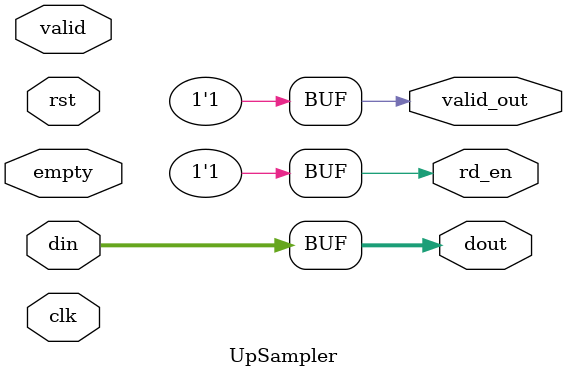
<source format=v>
module UpSampler(
	//General
	input rst,
	//Clock
	input clk,

	//Input
	input valid,
	input [7:0] din,
	input empty,
	output rd_en,

	//Output
	output [7:0] dout,
	output valid_out
);

localparam 	STATE_IDLE = 3'd0,
			STATE_READ = 3'd1,
			STATE_W1 = 3'd2,
			STATE_W2 = 3'd3,
			STATE_W3 = 3'd4;

reg [2:0] CurrentState;
reg [2:0] NextState;

assign dout = din;
assign valid_out = 1'b1;
assign rd_en = 1'b1;

always@(posedge clk) begin
	if (rst) begin
		CurrentState <= STATE_IDLE;
	end
	else begin
		CurrentState <= NextState;
	end
end

always @(*) begin
	case (CurrentState)
		STATE_IDLE: begin
			if (valid) begin
				NextState = STATE_READ;
			end
			else begin
				NextState = STATE_IDLE;
			end
		end
		STATE_READ: begin
			NextState = STATE_W1;
		end
		STATE_W1: begin
			NextState = STATE_W2;
		end
		STATE_W2: begin
			NextState = STATE_W3;
		end
		STATE_W3: begin
			if (valid) begin
				NextState = STATE_READ;
			end
			else begin
				NextState = STATE_IDLE;
			end
		end
	endcase
end

endmodule
</source>
